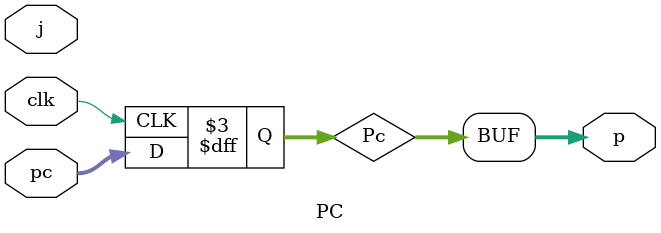
<source format=v>
`timescale 1ns / 1ps
module PC( input clk , input  [15:0] pc ,output  [15:0] p , input j
    );
	 
initial begin  
Pc = 16'd0;
      end  
reg [15:0] Pc;
always @ (posedge clk ) begin

	Pc <= pc;  
end
assign p = Pc;
endmodule

</source>
